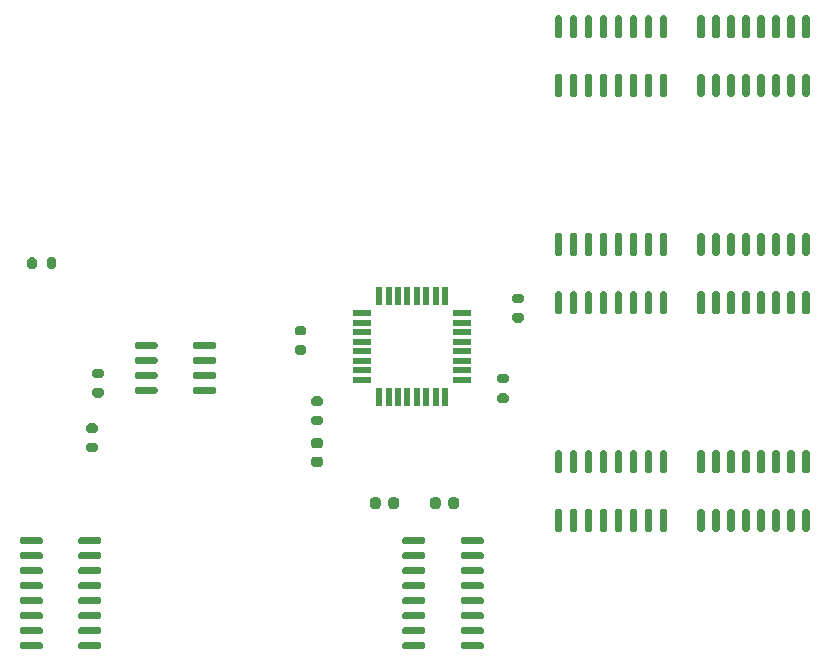
<source format=gtp>
G04 #@! TF.GenerationSoftware,KiCad,Pcbnew,(5.1.9)-1*
G04 #@! TF.CreationDate,2021-06-09T23:06:16+02:00*
G04 #@! TF.ProjectId,interface,696e7465-7266-4616-9365-2e6b69636164,rev?*
G04 #@! TF.SameCoordinates,Original*
G04 #@! TF.FileFunction,Paste,Top*
G04 #@! TF.FilePolarity,Positive*
%FSLAX46Y46*%
G04 Gerber Fmt 4.6, Leading zero omitted, Abs format (unit mm)*
G04 Created by KiCad (PCBNEW (5.1.9)-1) date 2021-06-09 23:06:16*
%MOMM*%
%LPD*%
G01*
G04 APERTURE LIST*
%ADD10R,1.600000X0.550000*%
%ADD11R,0.550000X1.600000*%
G04 APERTURE END LIST*
G36*
G01*
X153312000Y-107974000D02*
X153012000Y-107974000D01*
G75*
G02*
X152862000Y-107824000I0J150000D01*
G01*
X152862000Y-106174000D01*
G75*
G02*
X153012000Y-106024000I150000J0D01*
G01*
X153312000Y-106024000D01*
G75*
G02*
X153462000Y-106174000I0J-150000D01*
G01*
X153462000Y-107824000D01*
G75*
G02*
X153312000Y-107974000I-150000J0D01*
G01*
G37*
G36*
G01*
X154582000Y-107974000D02*
X154282000Y-107974000D01*
G75*
G02*
X154132000Y-107824000I0J150000D01*
G01*
X154132000Y-106174000D01*
G75*
G02*
X154282000Y-106024000I150000J0D01*
G01*
X154582000Y-106024000D01*
G75*
G02*
X154732000Y-106174000I0J-150000D01*
G01*
X154732000Y-107824000D01*
G75*
G02*
X154582000Y-107974000I-150000J0D01*
G01*
G37*
G36*
G01*
X155852000Y-107974000D02*
X155552000Y-107974000D01*
G75*
G02*
X155402000Y-107824000I0J150000D01*
G01*
X155402000Y-106174000D01*
G75*
G02*
X155552000Y-106024000I150000J0D01*
G01*
X155852000Y-106024000D01*
G75*
G02*
X156002000Y-106174000I0J-150000D01*
G01*
X156002000Y-107824000D01*
G75*
G02*
X155852000Y-107974000I-150000J0D01*
G01*
G37*
G36*
G01*
X157122000Y-107974000D02*
X156822000Y-107974000D01*
G75*
G02*
X156672000Y-107824000I0J150000D01*
G01*
X156672000Y-106174000D01*
G75*
G02*
X156822000Y-106024000I150000J0D01*
G01*
X157122000Y-106024000D01*
G75*
G02*
X157272000Y-106174000I0J-150000D01*
G01*
X157272000Y-107824000D01*
G75*
G02*
X157122000Y-107974000I-150000J0D01*
G01*
G37*
G36*
G01*
X158392000Y-107974000D02*
X158092000Y-107974000D01*
G75*
G02*
X157942000Y-107824000I0J150000D01*
G01*
X157942000Y-106174000D01*
G75*
G02*
X158092000Y-106024000I150000J0D01*
G01*
X158392000Y-106024000D01*
G75*
G02*
X158542000Y-106174000I0J-150000D01*
G01*
X158542000Y-107824000D01*
G75*
G02*
X158392000Y-107974000I-150000J0D01*
G01*
G37*
G36*
G01*
X159662000Y-107974000D02*
X159362000Y-107974000D01*
G75*
G02*
X159212000Y-107824000I0J150000D01*
G01*
X159212000Y-106174000D01*
G75*
G02*
X159362000Y-106024000I150000J0D01*
G01*
X159662000Y-106024000D01*
G75*
G02*
X159812000Y-106174000I0J-150000D01*
G01*
X159812000Y-107824000D01*
G75*
G02*
X159662000Y-107974000I-150000J0D01*
G01*
G37*
G36*
G01*
X160932000Y-107974000D02*
X160632000Y-107974000D01*
G75*
G02*
X160482000Y-107824000I0J150000D01*
G01*
X160482000Y-106174000D01*
G75*
G02*
X160632000Y-106024000I150000J0D01*
G01*
X160932000Y-106024000D01*
G75*
G02*
X161082000Y-106174000I0J-150000D01*
G01*
X161082000Y-107824000D01*
G75*
G02*
X160932000Y-107974000I-150000J0D01*
G01*
G37*
G36*
G01*
X162202000Y-107974000D02*
X161902000Y-107974000D01*
G75*
G02*
X161752000Y-107824000I0J150000D01*
G01*
X161752000Y-106174000D01*
G75*
G02*
X161902000Y-106024000I150000J0D01*
G01*
X162202000Y-106024000D01*
G75*
G02*
X162352000Y-106174000I0J-150000D01*
G01*
X162352000Y-107824000D01*
G75*
G02*
X162202000Y-107974000I-150000J0D01*
G01*
G37*
G36*
G01*
X162202000Y-112924000D02*
X161902000Y-112924000D01*
G75*
G02*
X161752000Y-112774000I0J150000D01*
G01*
X161752000Y-111124000D01*
G75*
G02*
X161902000Y-110974000I150000J0D01*
G01*
X162202000Y-110974000D01*
G75*
G02*
X162352000Y-111124000I0J-150000D01*
G01*
X162352000Y-112774000D01*
G75*
G02*
X162202000Y-112924000I-150000J0D01*
G01*
G37*
G36*
G01*
X160932000Y-112924000D02*
X160632000Y-112924000D01*
G75*
G02*
X160482000Y-112774000I0J150000D01*
G01*
X160482000Y-111124000D01*
G75*
G02*
X160632000Y-110974000I150000J0D01*
G01*
X160932000Y-110974000D01*
G75*
G02*
X161082000Y-111124000I0J-150000D01*
G01*
X161082000Y-112774000D01*
G75*
G02*
X160932000Y-112924000I-150000J0D01*
G01*
G37*
G36*
G01*
X159662000Y-112924000D02*
X159362000Y-112924000D01*
G75*
G02*
X159212000Y-112774000I0J150000D01*
G01*
X159212000Y-111124000D01*
G75*
G02*
X159362000Y-110974000I150000J0D01*
G01*
X159662000Y-110974000D01*
G75*
G02*
X159812000Y-111124000I0J-150000D01*
G01*
X159812000Y-112774000D01*
G75*
G02*
X159662000Y-112924000I-150000J0D01*
G01*
G37*
G36*
G01*
X158392000Y-112924000D02*
X158092000Y-112924000D01*
G75*
G02*
X157942000Y-112774000I0J150000D01*
G01*
X157942000Y-111124000D01*
G75*
G02*
X158092000Y-110974000I150000J0D01*
G01*
X158392000Y-110974000D01*
G75*
G02*
X158542000Y-111124000I0J-150000D01*
G01*
X158542000Y-112774000D01*
G75*
G02*
X158392000Y-112924000I-150000J0D01*
G01*
G37*
G36*
G01*
X157122000Y-112924000D02*
X156822000Y-112924000D01*
G75*
G02*
X156672000Y-112774000I0J150000D01*
G01*
X156672000Y-111124000D01*
G75*
G02*
X156822000Y-110974000I150000J0D01*
G01*
X157122000Y-110974000D01*
G75*
G02*
X157272000Y-111124000I0J-150000D01*
G01*
X157272000Y-112774000D01*
G75*
G02*
X157122000Y-112924000I-150000J0D01*
G01*
G37*
G36*
G01*
X155852000Y-112924000D02*
X155552000Y-112924000D01*
G75*
G02*
X155402000Y-112774000I0J150000D01*
G01*
X155402000Y-111124000D01*
G75*
G02*
X155552000Y-110974000I150000J0D01*
G01*
X155852000Y-110974000D01*
G75*
G02*
X156002000Y-111124000I0J-150000D01*
G01*
X156002000Y-112774000D01*
G75*
G02*
X155852000Y-112924000I-150000J0D01*
G01*
G37*
G36*
G01*
X154582000Y-112924000D02*
X154282000Y-112924000D01*
G75*
G02*
X154132000Y-112774000I0J150000D01*
G01*
X154132000Y-111124000D01*
G75*
G02*
X154282000Y-110974000I150000J0D01*
G01*
X154582000Y-110974000D01*
G75*
G02*
X154732000Y-111124000I0J-150000D01*
G01*
X154732000Y-112774000D01*
G75*
G02*
X154582000Y-112924000I-150000J0D01*
G01*
G37*
G36*
G01*
X153312000Y-112924000D02*
X153012000Y-112924000D01*
G75*
G02*
X152862000Y-112774000I0J150000D01*
G01*
X152862000Y-111124000D01*
G75*
G02*
X153012000Y-110974000I150000J0D01*
G01*
X153312000Y-110974000D01*
G75*
G02*
X153462000Y-111124000I0J-150000D01*
G01*
X153462000Y-112774000D01*
G75*
G02*
X153312000Y-112924000I-150000J0D01*
G01*
G37*
G36*
G01*
X165377000Y-89559000D02*
X165077000Y-89559000D01*
G75*
G02*
X164927000Y-89409000I0J150000D01*
G01*
X164927000Y-87759000D01*
G75*
G02*
X165077000Y-87609000I150000J0D01*
G01*
X165377000Y-87609000D01*
G75*
G02*
X165527000Y-87759000I0J-150000D01*
G01*
X165527000Y-89409000D01*
G75*
G02*
X165377000Y-89559000I-150000J0D01*
G01*
G37*
G36*
G01*
X166647000Y-89559000D02*
X166347000Y-89559000D01*
G75*
G02*
X166197000Y-89409000I0J150000D01*
G01*
X166197000Y-87759000D01*
G75*
G02*
X166347000Y-87609000I150000J0D01*
G01*
X166647000Y-87609000D01*
G75*
G02*
X166797000Y-87759000I0J-150000D01*
G01*
X166797000Y-89409000D01*
G75*
G02*
X166647000Y-89559000I-150000J0D01*
G01*
G37*
G36*
G01*
X167917000Y-89559000D02*
X167617000Y-89559000D01*
G75*
G02*
X167467000Y-89409000I0J150000D01*
G01*
X167467000Y-87759000D01*
G75*
G02*
X167617000Y-87609000I150000J0D01*
G01*
X167917000Y-87609000D01*
G75*
G02*
X168067000Y-87759000I0J-150000D01*
G01*
X168067000Y-89409000D01*
G75*
G02*
X167917000Y-89559000I-150000J0D01*
G01*
G37*
G36*
G01*
X169187000Y-89559000D02*
X168887000Y-89559000D01*
G75*
G02*
X168737000Y-89409000I0J150000D01*
G01*
X168737000Y-87759000D01*
G75*
G02*
X168887000Y-87609000I150000J0D01*
G01*
X169187000Y-87609000D01*
G75*
G02*
X169337000Y-87759000I0J-150000D01*
G01*
X169337000Y-89409000D01*
G75*
G02*
X169187000Y-89559000I-150000J0D01*
G01*
G37*
G36*
G01*
X170457000Y-89559000D02*
X170157000Y-89559000D01*
G75*
G02*
X170007000Y-89409000I0J150000D01*
G01*
X170007000Y-87759000D01*
G75*
G02*
X170157000Y-87609000I150000J0D01*
G01*
X170457000Y-87609000D01*
G75*
G02*
X170607000Y-87759000I0J-150000D01*
G01*
X170607000Y-89409000D01*
G75*
G02*
X170457000Y-89559000I-150000J0D01*
G01*
G37*
G36*
G01*
X171727000Y-89559000D02*
X171427000Y-89559000D01*
G75*
G02*
X171277000Y-89409000I0J150000D01*
G01*
X171277000Y-87759000D01*
G75*
G02*
X171427000Y-87609000I150000J0D01*
G01*
X171727000Y-87609000D01*
G75*
G02*
X171877000Y-87759000I0J-150000D01*
G01*
X171877000Y-89409000D01*
G75*
G02*
X171727000Y-89559000I-150000J0D01*
G01*
G37*
G36*
G01*
X172997000Y-89559000D02*
X172697000Y-89559000D01*
G75*
G02*
X172547000Y-89409000I0J150000D01*
G01*
X172547000Y-87759000D01*
G75*
G02*
X172697000Y-87609000I150000J0D01*
G01*
X172997000Y-87609000D01*
G75*
G02*
X173147000Y-87759000I0J-150000D01*
G01*
X173147000Y-89409000D01*
G75*
G02*
X172997000Y-89559000I-150000J0D01*
G01*
G37*
G36*
G01*
X174267000Y-89559000D02*
X173967000Y-89559000D01*
G75*
G02*
X173817000Y-89409000I0J150000D01*
G01*
X173817000Y-87759000D01*
G75*
G02*
X173967000Y-87609000I150000J0D01*
G01*
X174267000Y-87609000D01*
G75*
G02*
X174417000Y-87759000I0J-150000D01*
G01*
X174417000Y-89409000D01*
G75*
G02*
X174267000Y-89559000I-150000J0D01*
G01*
G37*
G36*
G01*
X174267000Y-94509000D02*
X173967000Y-94509000D01*
G75*
G02*
X173817000Y-94359000I0J150000D01*
G01*
X173817000Y-92709000D01*
G75*
G02*
X173967000Y-92559000I150000J0D01*
G01*
X174267000Y-92559000D01*
G75*
G02*
X174417000Y-92709000I0J-150000D01*
G01*
X174417000Y-94359000D01*
G75*
G02*
X174267000Y-94509000I-150000J0D01*
G01*
G37*
G36*
G01*
X172997000Y-94509000D02*
X172697000Y-94509000D01*
G75*
G02*
X172547000Y-94359000I0J150000D01*
G01*
X172547000Y-92709000D01*
G75*
G02*
X172697000Y-92559000I150000J0D01*
G01*
X172997000Y-92559000D01*
G75*
G02*
X173147000Y-92709000I0J-150000D01*
G01*
X173147000Y-94359000D01*
G75*
G02*
X172997000Y-94509000I-150000J0D01*
G01*
G37*
G36*
G01*
X171727000Y-94509000D02*
X171427000Y-94509000D01*
G75*
G02*
X171277000Y-94359000I0J150000D01*
G01*
X171277000Y-92709000D01*
G75*
G02*
X171427000Y-92559000I150000J0D01*
G01*
X171727000Y-92559000D01*
G75*
G02*
X171877000Y-92709000I0J-150000D01*
G01*
X171877000Y-94359000D01*
G75*
G02*
X171727000Y-94509000I-150000J0D01*
G01*
G37*
G36*
G01*
X170457000Y-94509000D02*
X170157000Y-94509000D01*
G75*
G02*
X170007000Y-94359000I0J150000D01*
G01*
X170007000Y-92709000D01*
G75*
G02*
X170157000Y-92559000I150000J0D01*
G01*
X170457000Y-92559000D01*
G75*
G02*
X170607000Y-92709000I0J-150000D01*
G01*
X170607000Y-94359000D01*
G75*
G02*
X170457000Y-94509000I-150000J0D01*
G01*
G37*
G36*
G01*
X169187000Y-94509000D02*
X168887000Y-94509000D01*
G75*
G02*
X168737000Y-94359000I0J150000D01*
G01*
X168737000Y-92709000D01*
G75*
G02*
X168887000Y-92559000I150000J0D01*
G01*
X169187000Y-92559000D01*
G75*
G02*
X169337000Y-92709000I0J-150000D01*
G01*
X169337000Y-94359000D01*
G75*
G02*
X169187000Y-94509000I-150000J0D01*
G01*
G37*
G36*
G01*
X167917000Y-94509000D02*
X167617000Y-94509000D01*
G75*
G02*
X167467000Y-94359000I0J150000D01*
G01*
X167467000Y-92709000D01*
G75*
G02*
X167617000Y-92559000I150000J0D01*
G01*
X167917000Y-92559000D01*
G75*
G02*
X168067000Y-92709000I0J-150000D01*
G01*
X168067000Y-94359000D01*
G75*
G02*
X167917000Y-94509000I-150000J0D01*
G01*
G37*
G36*
G01*
X166647000Y-94509000D02*
X166347000Y-94509000D01*
G75*
G02*
X166197000Y-94359000I0J150000D01*
G01*
X166197000Y-92709000D01*
G75*
G02*
X166347000Y-92559000I150000J0D01*
G01*
X166647000Y-92559000D01*
G75*
G02*
X166797000Y-92709000I0J-150000D01*
G01*
X166797000Y-94359000D01*
G75*
G02*
X166647000Y-94509000I-150000J0D01*
G01*
G37*
G36*
G01*
X165377000Y-94509000D02*
X165077000Y-94509000D01*
G75*
G02*
X164927000Y-94359000I0J150000D01*
G01*
X164927000Y-92709000D01*
G75*
G02*
X165077000Y-92559000I150000J0D01*
G01*
X165377000Y-92559000D01*
G75*
G02*
X165527000Y-92709000I0J-150000D01*
G01*
X165527000Y-94359000D01*
G75*
G02*
X165377000Y-94509000I-150000J0D01*
G01*
G37*
G36*
G01*
X109498000Y-122405000D02*
X109498000Y-122705000D01*
G75*
G02*
X109348000Y-122855000I-150000J0D01*
G01*
X107698000Y-122855000D01*
G75*
G02*
X107548000Y-122705000I0J150000D01*
G01*
X107548000Y-122405000D01*
G75*
G02*
X107698000Y-122255000I150000J0D01*
G01*
X109348000Y-122255000D01*
G75*
G02*
X109498000Y-122405000I0J-150000D01*
G01*
G37*
G36*
G01*
X109498000Y-121135000D02*
X109498000Y-121435000D01*
G75*
G02*
X109348000Y-121585000I-150000J0D01*
G01*
X107698000Y-121585000D01*
G75*
G02*
X107548000Y-121435000I0J150000D01*
G01*
X107548000Y-121135000D01*
G75*
G02*
X107698000Y-120985000I150000J0D01*
G01*
X109348000Y-120985000D01*
G75*
G02*
X109498000Y-121135000I0J-150000D01*
G01*
G37*
G36*
G01*
X109498000Y-119865000D02*
X109498000Y-120165000D01*
G75*
G02*
X109348000Y-120315000I-150000J0D01*
G01*
X107698000Y-120315000D01*
G75*
G02*
X107548000Y-120165000I0J150000D01*
G01*
X107548000Y-119865000D01*
G75*
G02*
X107698000Y-119715000I150000J0D01*
G01*
X109348000Y-119715000D01*
G75*
G02*
X109498000Y-119865000I0J-150000D01*
G01*
G37*
G36*
G01*
X109498000Y-118595000D02*
X109498000Y-118895000D01*
G75*
G02*
X109348000Y-119045000I-150000J0D01*
G01*
X107698000Y-119045000D01*
G75*
G02*
X107548000Y-118895000I0J150000D01*
G01*
X107548000Y-118595000D01*
G75*
G02*
X107698000Y-118445000I150000J0D01*
G01*
X109348000Y-118445000D01*
G75*
G02*
X109498000Y-118595000I0J-150000D01*
G01*
G37*
G36*
G01*
X109498000Y-117325000D02*
X109498000Y-117625000D01*
G75*
G02*
X109348000Y-117775000I-150000J0D01*
G01*
X107698000Y-117775000D01*
G75*
G02*
X107548000Y-117625000I0J150000D01*
G01*
X107548000Y-117325000D01*
G75*
G02*
X107698000Y-117175000I150000J0D01*
G01*
X109348000Y-117175000D01*
G75*
G02*
X109498000Y-117325000I0J-150000D01*
G01*
G37*
G36*
G01*
X109498000Y-116055000D02*
X109498000Y-116355000D01*
G75*
G02*
X109348000Y-116505000I-150000J0D01*
G01*
X107698000Y-116505000D01*
G75*
G02*
X107548000Y-116355000I0J150000D01*
G01*
X107548000Y-116055000D01*
G75*
G02*
X107698000Y-115905000I150000J0D01*
G01*
X109348000Y-115905000D01*
G75*
G02*
X109498000Y-116055000I0J-150000D01*
G01*
G37*
G36*
G01*
X109498000Y-114785000D02*
X109498000Y-115085000D01*
G75*
G02*
X109348000Y-115235000I-150000J0D01*
G01*
X107698000Y-115235000D01*
G75*
G02*
X107548000Y-115085000I0J150000D01*
G01*
X107548000Y-114785000D01*
G75*
G02*
X107698000Y-114635000I150000J0D01*
G01*
X109348000Y-114635000D01*
G75*
G02*
X109498000Y-114785000I0J-150000D01*
G01*
G37*
G36*
G01*
X109498000Y-113515000D02*
X109498000Y-113815000D01*
G75*
G02*
X109348000Y-113965000I-150000J0D01*
G01*
X107698000Y-113965000D01*
G75*
G02*
X107548000Y-113815000I0J150000D01*
G01*
X107548000Y-113515000D01*
G75*
G02*
X107698000Y-113365000I150000J0D01*
G01*
X109348000Y-113365000D01*
G75*
G02*
X109498000Y-113515000I0J-150000D01*
G01*
G37*
G36*
G01*
X114448000Y-113515000D02*
X114448000Y-113815000D01*
G75*
G02*
X114298000Y-113965000I-150000J0D01*
G01*
X112648000Y-113965000D01*
G75*
G02*
X112498000Y-113815000I0J150000D01*
G01*
X112498000Y-113515000D01*
G75*
G02*
X112648000Y-113365000I150000J0D01*
G01*
X114298000Y-113365000D01*
G75*
G02*
X114448000Y-113515000I0J-150000D01*
G01*
G37*
G36*
G01*
X114448000Y-114785000D02*
X114448000Y-115085000D01*
G75*
G02*
X114298000Y-115235000I-150000J0D01*
G01*
X112648000Y-115235000D01*
G75*
G02*
X112498000Y-115085000I0J150000D01*
G01*
X112498000Y-114785000D01*
G75*
G02*
X112648000Y-114635000I150000J0D01*
G01*
X114298000Y-114635000D01*
G75*
G02*
X114448000Y-114785000I0J-150000D01*
G01*
G37*
G36*
G01*
X114448000Y-116055000D02*
X114448000Y-116355000D01*
G75*
G02*
X114298000Y-116505000I-150000J0D01*
G01*
X112648000Y-116505000D01*
G75*
G02*
X112498000Y-116355000I0J150000D01*
G01*
X112498000Y-116055000D01*
G75*
G02*
X112648000Y-115905000I150000J0D01*
G01*
X114298000Y-115905000D01*
G75*
G02*
X114448000Y-116055000I0J-150000D01*
G01*
G37*
G36*
G01*
X114448000Y-117325000D02*
X114448000Y-117625000D01*
G75*
G02*
X114298000Y-117775000I-150000J0D01*
G01*
X112648000Y-117775000D01*
G75*
G02*
X112498000Y-117625000I0J150000D01*
G01*
X112498000Y-117325000D01*
G75*
G02*
X112648000Y-117175000I150000J0D01*
G01*
X114298000Y-117175000D01*
G75*
G02*
X114448000Y-117325000I0J-150000D01*
G01*
G37*
G36*
G01*
X114448000Y-118595000D02*
X114448000Y-118895000D01*
G75*
G02*
X114298000Y-119045000I-150000J0D01*
G01*
X112648000Y-119045000D01*
G75*
G02*
X112498000Y-118895000I0J150000D01*
G01*
X112498000Y-118595000D01*
G75*
G02*
X112648000Y-118445000I150000J0D01*
G01*
X114298000Y-118445000D01*
G75*
G02*
X114448000Y-118595000I0J-150000D01*
G01*
G37*
G36*
G01*
X114448000Y-119865000D02*
X114448000Y-120165000D01*
G75*
G02*
X114298000Y-120315000I-150000J0D01*
G01*
X112648000Y-120315000D01*
G75*
G02*
X112498000Y-120165000I0J150000D01*
G01*
X112498000Y-119865000D01*
G75*
G02*
X112648000Y-119715000I150000J0D01*
G01*
X114298000Y-119715000D01*
G75*
G02*
X114448000Y-119865000I0J-150000D01*
G01*
G37*
G36*
G01*
X114448000Y-121135000D02*
X114448000Y-121435000D01*
G75*
G02*
X114298000Y-121585000I-150000J0D01*
G01*
X112648000Y-121585000D01*
G75*
G02*
X112498000Y-121435000I0J150000D01*
G01*
X112498000Y-121135000D01*
G75*
G02*
X112648000Y-120985000I150000J0D01*
G01*
X114298000Y-120985000D01*
G75*
G02*
X114448000Y-121135000I0J-150000D01*
G01*
G37*
G36*
G01*
X114448000Y-122405000D02*
X114448000Y-122705000D01*
G75*
G02*
X114298000Y-122855000I-150000J0D01*
G01*
X112648000Y-122855000D01*
G75*
G02*
X112498000Y-122705000I0J150000D01*
G01*
X112498000Y-122405000D01*
G75*
G02*
X112648000Y-122255000I150000J0D01*
G01*
X114298000Y-122255000D01*
G75*
G02*
X114448000Y-122405000I0J-150000D01*
G01*
G37*
G36*
G01*
X165377000Y-107974000D02*
X165077000Y-107974000D01*
G75*
G02*
X164927000Y-107824000I0J150000D01*
G01*
X164927000Y-106174000D01*
G75*
G02*
X165077000Y-106024000I150000J0D01*
G01*
X165377000Y-106024000D01*
G75*
G02*
X165527000Y-106174000I0J-150000D01*
G01*
X165527000Y-107824000D01*
G75*
G02*
X165377000Y-107974000I-150000J0D01*
G01*
G37*
G36*
G01*
X166647000Y-107974000D02*
X166347000Y-107974000D01*
G75*
G02*
X166197000Y-107824000I0J150000D01*
G01*
X166197000Y-106174000D01*
G75*
G02*
X166347000Y-106024000I150000J0D01*
G01*
X166647000Y-106024000D01*
G75*
G02*
X166797000Y-106174000I0J-150000D01*
G01*
X166797000Y-107824000D01*
G75*
G02*
X166647000Y-107974000I-150000J0D01*
G01*
G37*
G36*
G01*
X167917000Y-107974000D02*
X167617000Y-107974000D01*
G75*
G02*
X167467000Y-107824000I0J150000D01*
G01*
X167467000Y-106174000D01*
G75*
G02*
X167617000Y-106024000I150000J0D01*
G01*
X167917000Y-106024000D01*
G75*
G02*
X168067000Y-106174000I0J-150000D01*
G01*
X168067000Y-107824000D01*
G75*
G02*
X167917000Y-107974000I-150000J0D01*
G01*
G37*
G36*
G01*
X169187000Y-107974000D02*
X168887000Y-107974000D01*
G75*
G02*
X168737000Y-107824000I0J150000D01*
G01*
X168737000Y-106174000D01*
G75*
G02*
X168887000Y-106024000I150000J0D01*
G01*
X169187000Y-106024000D01*
G75*
G02*
X169337000Y-106174000I0J-150000D01*
G01*
X169337000Y-107824000D01*
G75*
G02*
X169187000Y-107974000I-150000J0D01*
G01*
G37*
G36*
G01*
X170457000Y-107974000D02*
X170157000Y-107974000D01*
G75*
G02*
X170007000Y-107824000I0J150000D01*
G01*
X170007000Y-106174000D01*
G75*
G02*
X170157000Y-106024000I150000J0D01*
G01*
X170457000Y-106024000D01*
G75*
G02*
X170607000Y-106174000I0J-150000D01*
G01*
X170607000Y-107824000D01*
G75*
G02*
X170457000Y-107974000I-150000J0D01*
G01*
G37*
G36*
G01*
X171727000Y-107974000D02*
X171427000Y-107974000D01*
G75*
G02*
X171277000Y-107824000I0J150000D01*
G01*
X171277000Y-106174000D01*
G75*
G02*
X171427000Y-106024000I150000J0D01*
G01*
X171727000Y-106024000D01*
G75*
G02*
X171877000Y-106174000I0J-150000D01*
G01*
X171877000Y-107824000D01*
G75*
G02*
X171727000Y-107974000I-150000J0D01*
G01*
G37*
G36*
G01*
X172997000Y-107974000D02*
X172697000Y-107974000D01*
G75*
G02*
X172547000Y-107824000I0J150000D01*
G01*
X172547000Y-106174000D01*
G75*
G02*
X172697000Y-106024000I150000J0D01*
G01*
X172997000Y-106024000D01*
G75*
G02*
X173147000Y-106174000I0J-150000D01*
G01*
X173147000Y-107824000D01*
G75*
G02*
X172997000Y-107974000I-150000J0D01*
G01*
G37*
G36*
G01*
X174267000Y-107974000D02*
X173967000Y-107974000D01*
G75*
G02*
X173817000Y-107824000I0J150000D01*
G01*
X173817000Y-106174000D01*
G75*
G02*
X173967000Y-106024000I150000J0D01*
G01*
X174267000Y-106024000D01*
G75*
G02*
X174417000Y-106174000I0J-150000D01*
G01*
X174417000Y-107824000D01*
G75*
G02*
X174267000Y-107974000I-150000J0D01*
G01*
G37*
G36*
G01*
X174267000Y-112924000D02*
X173967000Y-112924000D01*
G75*
G02*
X173817000Y-112774000I0J150000D01*
G01*
X173817000Y-111124000D01*
G75*
G02*
X173967000Y-110974000I150000J0D01*
G01*
X174267000Y-110974000D01*
G75*
G02*
X174417000Y-111124000I0J-150000D01*
G01*
X174417000Y-112774000D01*
G75*
G02*
X174267000Y-112924000I-150000J0D01*
G01*
G37*
G36*
G01*
X172997000Y-112924000D02*
X172697000Y-112924000D01*
G75*
G02*
X172547000Y-112774000I0J150000D01*
G01*
X172547000Y-111124000D01*
G75*
G02*
X172697000Y-110974000I150000J0D01*
G01*
X172997000Y-110974000D01*
G75*
G02*
X173147000Y-111124000I0J-150000D01*
G01*
X173147000Y-112774000D01*
G75*
G02*
X172997000Y-112924000I-150000J0D01*
G01*
G37*
G36*
G01*
X171727000Y-112924000D02*
X171427000Y-112924000D01*
G75*
G02*
X171277000Y-112774000I0J150000D01*
G01*
X171277000Y-111124000D01*
G75*
G02*
X171427000Y-110974000I150000J0D01*
G01*
X171727000Y-110974000D01*
G75*
G02*
X171877000Y-111124000I0J-150000D01*
G01*
X171877000Y-112774000D01*
G75*
G02*
X171727000Y-112924000I-150000J0D01*
G01*
G37*
G36*
G01*
X170457000Y-112924000D02*
X170157000Y-112924000D01*
G75*
G02*
X170007000Y-112774000I0J150000D01*
G01*
X170007000Y-111124000D01*
G75*
G02*
X170157000Y-110974000I150000J0D01*
G01*
X170457000Y-110974000D01*
G75*
G02*
X170607000Y-111124000I0J-150000D01*
G01*
X170607000Y-112774000D01*
G75*
G02*
X170457000Y-112924000I-150000J0D01*
G01*
G37*
G36*
G01*
X169187000Y-112924000D02*
X168887000Y-112924000D01*
G75*
G02*
X168737000Y-112774000I0J150000D01*
G01*
X168737000Y-111124000D01*
G75*
G02*
X168887000Y-110974000I150000J0D01*
G01*
X169187000Y-110974000D01*
G75*
G02*
X169337000Y-111124000I0J-150000D01*
G01*
X169337000Y-112774000D01*
G75*
G02*
X169187000Y-112924000I-150000J0D01*
G01*
G37*
G36*
G01*
X167917000Y-112924000D02*
X167617000Y-112924000D01*
G75*
G02*
X167467000Y-112774000I0J150000D01*
G01*
X167467000Y-111124000D01*
G75*
G02*
X167617000Y-110974000I150000J0D01*
G01*
X167917000Y-110974000D01*
G75*
G02*
X168067000Y-111124000I0J-150000D01*
G01*
X168067000Y-112774000D01*
G75*
G02*
X167917000Y-112924000I-150000J0D01*
G01*
G37*
G36*
G01*
X166647000Y-112924000D02*
X166347000Y-112924000D01*
G75*
G02*
X166197000Y-112774000I0J150000D01*
G01*
X166197000Y-111124000D01*
G75*
G02*
X166347000Y-110974000I150000J0D01*
G01*
X166647000Y-110974000D01*
G75*
G02*
X166797000Y-111124000I0J-150000D01*
G01*
X166797000Y-112774000D01*
G75*
G02*
X166647000Y-112924000I-150000J0D01*
G01*
G37*
G36*
G01*
X165377000Y-112924000D02*
X165077000Y-112924000D01*
G75*
G02*
X164927000Y-112774000I0J150000D01*
G01*
X164927000Y-111124000D01*
G75*
G02*
X165077000Y-110974000I150000J0D01*
G01*
X165377000Y-110974000D01*
G75*
G02*
X165527000Y-111124000I0J-150000D01*
G01*
X165527000Y-112774000D01*
G75*
G02*
X165377000Y-112924000I-150000J0D01*
G01*
G37*
G36*
G01*
X153312000Y-89559000D02*
X153012000Y-89559000D01*
G75*
G02*
X152862000Y-89409000I0J150000D01*
G01*
X152862000Y-87759000D01*
G75*
G02*
X153012000Y-87609000I150000J0D01*
G01*
X153312000Y-87609000D01*
G75*
G02*
X153462000Y-87759000I0J-150000D01*
G01*
X153462000Y-89409000D01*
G75*
G02*
X153312000Y-89559000I-150000J0D01*
G01*
G37*
G36*
G01*
X154582000Y-89559000D02*
X154282000Y-89559000D01*
G75*
G02*
X154132000Y-89409000I0J150000D01*
G01*
X154132000Y-87759000D01*
G75*
G02*
X154282000Y-87609000I150000J0D01*
G01*
X154582000Y-87609000D01*
G75*
G02*
X154732000Y-87759000I0J-150000D01*
G01*
X154732000Y-89409000D01*
G75*
G02*
X154582000Y-89559000I-150000J0D01*
G01*
G37*
G36*
G01*
X155852000Y-89559000D02*
X155552000Y-89559000D01*
G75*
G02*
X155402000Y-89409000I0J150000D01*
G01*
X155402000Y-87759000D01*
G75*
G02*
X155552000Y-87609000I150000J0D01*
G01*
X155852000Y-87609000D01*
G75*
G02*
X156002000Y-87759000I0J-150000D01*
G01*
X156002000Y-89409000D01*
G75*
G02*
X155852000Y-89559000I-150000J0D01*
G01*
G37*
G36*
G01*
X157122000Y-89559000D02*
X156822000Y-89559000D01*
G75*
G02*
X156672000Y-89409000I0J150000D01*
G01*
X156672000Y-87759000D01*
G75*
G02*
X156822000Y-87609000I150000J0D01*
G01*
X157122000Y-87609000D01*
G75*
G02*
X157272000Y-87759000I0J-150000D01*
G01*
X157272000Y-89409000D01*
G75*
G02*
X157122000Y-89559000I-150000J0D01*
G01*
G37*
G36*
G01*
X158392000Y-89559000D02*
X158092000Y-89559000D01*
G75*
G02*
X157942000Y-89409000I0J150000D01*
G01*
X157942000Y-87759000D01*
G75*
G02*
X158092000Y-87609000I150000J0D01*
G01*
X158392000Y-87609000D01*
G75*
G02*
X158542000Y-87759000I0J-150000D01*
G01*
X158542000Y-89409000D01*
G75*
G02*
X158392000Y-89559000I-150000J0D01*
G01*
G37*
G36*
G01*
X159662000Y-89559000D02*
X159362000Y-89559000D01*
G75*
G02*
X159212000Y-89409000I0J150000D01*
G01*
X159212000Y-87759000D01*
G75*
G02*
X159362000Y-87609000I150000J0D01*
G01*
X159662000Y-87609000D01*
G75*
G02*
X159812000Y-87759000I0J-150000D01*
G01*
X159812000Y-89409000D01*
G75*
G02*
X159662000Y-89559000I-150000J0D01*
G01*
G37*
G36*
G01*
X160932000Y-89559000D02*
X160632000Y-89559000D01*
G75*
G02*
X160482000Y-89409000I0J150000D01*
G01*
X160482000Y-87759000D01*
G75*
G02*
X160632000Y-87609000I150000J0D01*
G01*
X160932000Y-87609000D01*
G75*
G02*
X161082000Y-87759000I0J-150000D01*
G01*
X161082000Y-89409000D01*
G75*
G02*
X160932000Y-89559000I-150000J0D01*
G01*
G37*
G36*
G01*
X162202000Y-89559000D02*
X161902000Y-89559000D01*
G75*
G02*
X161752000Y-89409000I0J150000D01*
G01*
X161752000Y-87759000D01*
G75*
G02*
X161902000Y-87609000I150000J0D01*
G01*
X162202000Y-87609000D01*
G75*
G02*
X162352000Y-87759000I0J-150000D01*
G01*
X162352000Y-89409000D01*
G75*
G02*
X162202000Y-89559000I-150000J0D01*
G01*
G37*
G36*
G01*
X162202000Y-94509000D02*
X161902000Y-94509000D01*
G75*
G02*
X161752000Y-94359000I0J150000D01*
G01*
X161752000Y-92709000D01*
G75*
G02*
X161902000Y-92559000I150000J0D01*
G01*
X162202000Y-92559000D01*
G75*
G02*
X162352000Y-92709000I0J-150000D01*
G01*
X162352000Y-94359000D01*
G75*
G02*
X162202000Y-94509000I-150000J0D01*
G01*
G37*
G36*
G01*
X160932000Y-94509000D02*
X160632000Y-94509000D01*
G75*
G02*
X160482000Y-94359000I0J150000D01*
G01*
X160482000Y-92709000D01*
G75*
G02*
X160632000Y-92559000I150000J0D01*
G01*
X160932000Y-92559000D01*
G75*
G02*
X161082000Y-92709000I0J-150000D01*
G01*
X161082000Y-94359000D01*
G75*
G02*
X160932000Y-94509000I-150000J0D01*
G01*
G37*
G36*
G01*
X159662000Y-94509000D02*
X159362000Y-94509000D01*
G75*
G02*
X159212000Y-94359000I0J150000D01*
G01*
X159212000Y-92709000D01*
G75*
G02*
X159362000Y-92559000I150000J0D01*
G01*
X159662000Y-92559000D01*
G75*
G02*
X159812000Y-92709000I0J-150000D01*
G01*
X159812000Y-94359000D01*
G75*
G02*
X159662000Y-94509000I-150000J0D01*
G01*
G37*
G36*
G01*
X158392000Y-94509000D02*
X158092000Y-94509000D01*
G75*
G02*
X157942000Y-94359000I0J150000D01*
G01*
X157942000Y-92709000D01*
G75*
G02*
X158092000Y-92559000I150000J0D01*
G01*
X158392000Y-92559000D01*
G75*
G02*
X158542000Y-92709000I0J-150000D01*
G01*
X158542000Y-94359000D01*
G75*
G02*
X158392000Y-94509000I-150000J0D01*
G01*
G37*
G36*
G01*
X157122000Y-94509000D02*
X156822000Y-94509000D01*
G75*
G02*
X156672000Y-94359000I0J150000D01*
G01*
X156672000Y-92709000D01*
G75*
G02*
X156822000Y-92559000I150000J0D01*
G01*
X157122000Y-92559000D01*
G75*
G02*
X157272000Y-92709000I0J-150000D01*
G01*
X157272000Y-94359000D01*
G75*
G02*
X157122000Y-94509000I-150000J0D01*
G01*
G37*
G36*
G01*
X155852000Y-94509000D02*
X155552000Y-94509000D01*
G75*
G02*
X155402000Y-94359000I0J150000D01*
G01*
X155402000Y-92709000D01*
G75*
G02*
X155552000Y-92559000I150000J0D01*
G01*
X155852000Y-92559000D01*
G75*
G02*
X156002000Y-92709000I0J-150000D01*
G01*
X156002000Y-94359000D01*
G75*
G02*
X155852000Y-94509000I-150000J0D01*
G01*
G37*
G36*
G01*
X154582000Y-94509000D02*
X154282000Y-94509000D01*
G75*
G02*
X154132000Y-94359000I0J150000D01*
G01*
X154132000Y-92709000D01*
G75*
G02*
X154282000Y-92559000I150000J0D01*
G01*
X154582000Y-92559000D01*
G75*
G02*
X154732000Y-92709000I0J-150000D01*
G01*
X154732000Y-94359000D01*
G75*
G02*
X154582000Y-94509000I-150000J0D01*
G01*
G37*
G36*
G01*
X153312000Y-94509000D02*
X153012000Y-94509000D01*
G75*
G02*
X152862000Y-94359000I0J150000D01*
G01*
X152862000Y-92709000D01*
G75*
G02*
X153012000Y-92559000I150000J0D01*
G01*
X153312000Y-92559000D01*
G75*
G02*
X153462000Y-92709000I0J-150000D01*
G01*
X153462000Y-94359000D01*
G75*
G02*
X153312000Y-94509000I-150000J0D01*
G01*
G37*
G36*
G01*
X165377000Y-71144000D02*
X165077000Y-71144000D01*
G75*
G02*
X164927000Y-70994000I0J150000D01*
G01*
X164927000Y-69344000D01*
G75*
G02*
X165077000Y-69194000I150000J0D01*
G01*
X165377000Y-69194000D01*
G75*
G02*
X165527000Y-69344000I0J-150000D01*
G01*
X165527000Y-70994000D01*
G75*
G02*
X165377000Y-71144000I-150000J0D01*
G01*
G37*
G36*
G01*
X166647000Y-71144000D02*
X166347000Y-71144000D01*
G75*
G02*
X166197000Y-70994000I0J150000D01*
G01*
X166197000Y-69344000D01*
G75*
G02*
X166347000Y-69194000I150000J0D01*
G01*
X166647000Y-69194000D01*
G75*
G02*
X166797000Y-69344000I0J-150000D01*
G01*
X166797000Y-70994000D01*
G75*
G02*
X166647000Y-71144000I-150000J0D01*
G01*
G37*
G36*
G01*
X167917000Y-71144000D02*
X167617000Y-71144000D01*
G75*
G02*
X167467000Y-70994000I0J150000D01*
G01*
X167467000Y-69344000D01*
G75*
G02*
X167617000Y-69194000I150000J0D01*
G01*
X167917000Y-69194000D01*
G75*
G02*
X168067000Y-69344000I0J-150000D01*
G01*
X168067000Y-70994000D01*
G75*
G02*
X167917000Y-71144000I-150000J0D01*
G01*
G37*
G36*
G01*
X169187000Y-71144000D02*
X168887000Y-71144000D01*
G75*
G02*
X168737000Y-70994000I0J150000D01*
G01*
X168737000Y-69344000D01*
G75*
G02*
X168887000Y-69194000I150000J0D01*
G01*
X169187000Y-69194000D01*
G75*
G02*
X169337000Y-69344000I0J-150000D01*
G01*
X169337000Y-70994000D01*
G75*
G02*
X169187000Y-71144000I-150000J0D01*
G01*
G37*
G36*
G01*
X170457000Y-71144000D02*
X170157000Y-71144000D01*
G75*
G02*
X170007000Y-70994000I0J150000D01*
G01*
X170007000Y-69344000D01*
G75*
G02*
X170157000Y-69194000I150000J0D01*
G01*
X170457000Y-69194000D01*
G75*
G02*
X170607000Y-69344000I0J-150000D01*
G01*
X170607000Y-70994000D01*
G75*
G02*
X170457000Y-71144000I-150000J0D01*
G01*
G37*
G36*
G01*
X171727000Y-71144000D02*
X171427000Y-71144000D01*
G75*
G02*
X171277000Y-70994000I0J150000D01*
G01*
X171277000Y-69344000D01*
G75*
G02*
X171427000Y-69194000I150000J0D01*
G01*
X171727000Y-69194000D01*
G75*
G02*
X171877000Y-69344000I0J-150000D01*
G01*
X171877000Y-70994000D01*
G75*
G02*
X171727000Y-71144000I-150000J0D01*
G01*
G37*
G36*
G01*
X172997000Y-71144000D02*
X172697000Y-71144000D01*
G75*
G02*
X172547000Y-70994000I0J150000D01*
G01*
X172547000Y-69344000D01*
G75*
G02*
X172697000Y-69194000I150000J0D01*
G01*
X172997000Y-69194000D01*
G75*
G02*
X173147000Y-69344000I0J-150000D01*
G01*
X173147000Y-70994000D01*
G75*
G02*
X172997000Y-71144000I-150000J0D01*
G01*
G37*
G36*
G01*
X174267000Y-71144000D02*
X173967000Y-71144000D01*
G75*
G02*
X173817000Y-70994000I0J150000D01*
G01*
X173817000Y-69344000D01*
G75*
G02*
X173967000Y-69194000I150000J0D01*
G01*
X174267000Y-69194000D01*
G75*
G02*
X174417000Y-69344000I0J-150000D01*
G01*
X174417000Y-70994000D01*
G75*
G02*
X174267000Y-71144000I-150000J0D01*
G01*
G37*
G36*
G01*
X174267000Y-76094000D02*
X173967000Y-76094000D01*
G75*
G02*
X173817000Y-75944000I0J150000D01*
G01*
X173817000Y-74294000D01*
G75*
G02*
X173967000Y-74144000I150000J0D01*
G01*
X174267000Y-74144000D01*
G75*
G02*
X174417000Y-74294000I0J-150000D01*
G01*
X174417000Y-75944000D01*
G75*
G02*
X174267000Y-76094000I-150000J0D01*
G01*
G37*
G36*
G01*
X172997000Y-76094000D02*
X172697000Y-76094000D01*
G75*
G02*
X172547000Y-75944000I0J150000D01*
G01*
X172547000Y-74294000D01*
G75*
G02*
X172697000Y-74144000I150000J0D01*
G01*
X172997000Y-74144000D01*
G75*
G02*
X173147000Y-74294000I0J-150000D01*
G01*
X173147000Y-75944000D01*
G75*
G02*
X172997000Y-76094000I-150000J0D01*
G01*
G37*
G36*
G01*
X171727000Y-76094000D02*
X171427000Y-76094000D01*
G75*
G02*
X171277000Y-75944000I0J150000D01*
G01*
X171277000Y-74294000D01*
G75*
G02*
X171427000Y-74144000I150000J0D01*
G01*
X171727000Y-74144000D01*
G75*
G02*
X171877000Y-74294000I0J-150000D01*
G01*
X171877000Y-75944000D01*
G75*
G02*
X171727000Y-76094000I-150000J0D01*
G01*
G37*
G36*
G01*
X170457000Y-76094000D02*
X170157000Y-76094000D01*
G75*
G02*
X170007000Y-75944000I0J150000D01*
G01*
X170007000Y-74294000D01*
G75*
G02*
X170157000Y-74144000I150000J0D01*
G01*
X170457000Y-74144000D01*
G75*
G02*
X170607000Y-74294000I0J-150000D01*
G01*
X170607000Y-75944000D01*
G75*
G02*
X170457000Y-76094000I-150000J0D01*
G01*
G37*
G36*
G01*
X169187000Y-76094000D02*
X168887000Y-76094000D01*
G75*
G02*
X168737000Y-75944000I0J150000D01*
G01*
X168737000Y-74294000D01*
G75*
G02*
X168887000Y-74144000I150000J0D01*
G01*
X169187000Y-74144000D01*
G75*
G02*
X169337000Y-74294000I0J-150000D01*
G01*
X169337000Y-75944000D01*
G75*
G02*
X169187000Y-76094000I-150000J0D01*
G01*
G37*
G36*
G01*
X167917000Y-76094000D02*
X167617000Y-76094000D01*
G75*
G02*
X167467000Y-75944000I0J150000D01*
G01*
X167467000Y-74294000D01*
G75*
G02*
X167617000Y-74144000I150000J0D01*
G01*
X167917000Y-74144000D01*
G75*
G02*
X168067000Y-74294000I0J-150000D01*
G01*
X168067000Y-75944000D01*
G75*
G02*
X167917000Y-76094000I-150000J0D01*
G01*
G37*
G36*
G01*
X166647000Y-76094000D02*
X166347000Y-76094000D01*
G75*
G02*
X166197000Y-75944000I0J150000D01*
G01*
X166197000Y-74294000D01*
G75*
G02*
X166347000Y-74144000I150000J0D01*
G01*
X166647000Y-74144000D01*
G75*
G02*
X166797000Y-74294000I0J-150000D01*
G01*
X166797000Y-75944000D01*
G75*
G02*
X166647000Y-76094000I-150000J0D01*
G01*
G37*
G36*
G01*
X165377000Y-76094000D02*
X165077000Y-76094000D01*
G75*
G02*
X164927000Y-75944000I0J150000D01*
G01*
X164927000Y-74294000D01*
G75*
G02*
X165077000Y-74144000I150000J0D01*
G01*
X165377000Y-74144000D01*
G75*
G02*
X165527000Y-74294000I0J-150000D01*
G01*
X165527000Y-75944000D01*
G75*
G02*
X165377000Y-76094000I-150000J0D01*
G01*
G37*
G36*
G01*
X153312000Y-71144000D02*
X153012000Y-71144000D01*
G75*
G02*
X152862000Y-70994000I0J150000D01*
G01*
X152862000Y-69344000D01*
G75*
G02*
X153012000Y-69194000I150000J0D01*
G01*
X153312000Y-69194000D01*
G75*
G02*
X153462000Y-69344000I0J-150000D01*
G01*
X153462000Y-70994000D01*
G75*
G02*
X153312000Y-71144000I-150000J0D01*
G01*
G37*
G36*
G01*
X154582000Y-71144000D02*
X154282000Y-71144000D01*
G75*
G02*
X154132000Y-70994000I0J150000D01*
G01*
X154132000Y-69344000D01*
G75*
G02*
X154282000Y-69194000I150000J0D01*
G01*
X154582000Y-69194000D01*
G75*
G02*
X154732000Y-69344000I0J-150000D01*
G01*
X154732000Y-70994000D01*
G75*
G02*
X154582000Y-71144000I-150000J0D01*
G01*
G37*
G36*
G01*
X155852000Y-71144000D02*
X155552000Y-71144000D01*
G75*
G02*
X155402000Y-70994000I0J150000D01*
G01*
X155402000Y-69344000D01*
G75*
G02*
X155552000Y-69194000I150000J0D01*
G01*
X155852000Y-69194000D01*
G75*
G02*
X156002000Y-69344000I0J-150000D01*
G01*
X156002000Y-70994000D01*
G75*
G02*
X155852000Y-71144000I-150000J0D01*
G01*
G37*
G36*
G01*
X157122000Y-71144000D02*
X156822000Y-71144000D01*
G75*
G02*
X156672000Y-70994000I0J150000D01*
G01*
X156672000Y-69344000D01*
G75*
G02*
X156822000Y-69194000I150000J0D01*
G01*
X157122000Y-69194000D01*
G75*
G02*
X157272000Y-69344000I0J-150000D01*
G01*
X157272000Y-70994000D01*
G75*
G02*
X157122000Y-71144000I-150000J0D01*
G01*
G37*
G36*
G01*
X158392000Y-71144000D02*
X158092000Y-71144000D01*
G75*
G02*
X157942000Y-70994000I0J150000D01*
G01*
X157942000Y-69344000D01*
G75*
G02*
X158092000Y-69194000I150000J0D01*
G01*
X158392000Y-69194000D01*
G75*
G02*
X158542000Y-69344000I0J-150000D01*
G01*
X158542000Y-70994000D01*
G75*
G02*
X158392000Y-71144000I-150000J0D01*
G01*
G37*
G36*
G01*
X159662000Y-71144000D02*
X159362000Y-71144000D01*
G75*
G02*
X159212000Y-70994000I0J150000D01*
G01*
X159212000Y-69344000D01*
G75*
G02*
X159362000Y-69194000I150000J0D01*
G01*
X159662000Y-69194000D01*
G75*
G02*
X159812000Y-69344000I0J-150000D01*
G01*
X159812000Y-70994000D01*
G75*
G02*
X159662000Y-71144000I-150000J0D01*
G01*
G37*
G36*
G01*
X160932000Y-71144000D02*
X160632000Y-71144000D01*
G75*
G02*
X160482000Y-70994000I0J150000D01*
G01*
X160482000Y-69344000D01*
G75*
G02*
X160632000Y-69194000I150000J0D01*
G01*
X160932000Y-69194000D01*
G75*
G02*
X161082000Y-69344000I0J-150000D01*
G01*
X161082000Y-70994000D01*
G75*
G02*
X160932000Y-71144000I-150000J0D01*
G01*
G37*
G36*
G01*
X162202000Y-71144000D02*
X161902000Y-71144000D01*
G75*
G02*
X161752000Y-70994000I0J150000D01*
G01*
X161752000Y-69344000D01*
G75*
G02*
X161902000Y-69194000I150000J0D01*
G01*
X162202000Y-69194000D01*
G75*
G02*
X162352000Y-69344000I0J-150000D01*
G01*
X162352000Y-70994000D01*
G75*
G02*
X162202000Y-71144000I-150000J0D01*
G01*
G37*
G36*
G01*
X162202000Y-76094000D02*
X161902000Y-76094000D01*
G75*
G02*
X161752000Y-75944000I0J150000D01*
G01*
X161752000Y-74294000D01*
G75*
G02*
X161902000Y-74144000I150000J0D01*
G01*
X162202000Y-74144000D01*
G75*
G02*
X162352000Y-74294000I0J-150000D01*
G01*
X162352000Y-75944000D01*
G75*
G02*
X162202000Y-76094000I-150000J0D01*
G01*
G37*
G36*
G01*
X160932000Y-76094000D02*
X160632000Y-76094000D01*
G75*
G02*
X160482000Y-75944000I0J150000D01*
G01*
X160482000Y-74294000D01*
G75*
G02*
X160632000Y-74144000I150000J0D01*
G01*
X160932000Y-74144000D01*
G75*
G02*
X161082000Y-74294000I0J-150000D01*
G01*
X161082000Y-75944000D01*
G75*
G02*
X160932000Y-76094000I-150000J0D01*
G01*
G37*
G36*
G01*
X159662000Y-76094000D02*
X159362000Y-76094000D01*
G75*
G02*
X159212000Y-75944000I0J150000D01*
G01*
X159212000Y-74294000D01*
G75*
G02*
X159362000Y-74144000I150000J0D01*
G01*
X159662000Y-74144000D01*
G75*
G02*
X159812000Y-74294000I0J-150000D01*
G01*
X159812000Y-75944000D01*
G75*
G02*
X159662000Y-76094000I-150000J0D01*
G01*
G37*
G36*
G01*
X158392000Y-76094000D02*
X158092000Y-76094000D01*
G75*
G02*
X157942000Y-75944000I0J150000D01*
G01*
X157942000Y-74294000D01*
G75*
G02*
X158092000Y-74144000I150000J0D01*
G01*
X158392000Y-74144000D01*
G75*
G02*
X158542000Y-74294000I0J-150000D01*
G01*
X158542000Y-75944000D01*
G75*
G02*
X158392000Y-76094000I-150000J0D01*
G01*
G37*
G36*
G01*
X157122000Y-76094000D02*
X156822000Y-76094000D01*
G75*
G02*
X156672000Y-75944000I0J150000D01*
G01*
X156672000Y-74294000D01*
G75*
G02*
X156822000Y-74144000I150000J0D01*
G01*
X157122000Y-74144000D01*
G75*
G02*
X157272000Y-74294000I0J-150000D01*
G01*
X157272000Y-75944000D01*
G75*
G02*
X157122000Y-76094000I-150000J0D01*
G01*
G37*
G36*
G01*
X155852000Y-76094000D02*
X155552000Y-76094000D01*
G75*
G02*
X155402000Y-75944000I0J150000D01*
G01*
X155402000Y-74294000D01*
G75*
G02*
X155552000Y-74144000I150000J0D01*
G01*
X155852000Y-74144000D01*
G75*
G02*
X156002000Y-74294000I0J-150000D01*
G01*
X156002000Y-75944000D01*
G75*
G02*
X155852000Y-76094000I-150000J0D01*
G01*
G37*
G36*
G01*
X154582000Y-76094000D02*
X154282000Y-76094000D01*
G75*
G02*
X154132000Y-75944000I0J150000D01*
G01*
X154132000Y-74294000D01*
G75*
G02*
X154282000Y-74144000I150000J0D01*
G01*
X154582000Y-74144000D01*
G75*
G02*
X154732000Y-74294000I0J-150000D01*
G01*
X154732000Y-75944000D01*
G75*
G02*
X154582000Y-76094000I-150000J0D01*
G01*
G37*
G36*
G01*
X153312000Y-76094000D02*
X153012000Y-76094000D01*
G75*
G02*
X152862000Y-75944000I0J150000D01*
G01*
X152862000Y-74294000D01*
G75*
G02*
X153012000Y-74144000I150000J0D01*
G01*
X153312000Y-74144000D01*
G75*
G02*
X153462000Y-74294000I0J-150000D01*
G01*
X153462000Y-75944000D01*
G75*
G02*
X153312000Y-76094000I-150000J0D01*
G01*
G37*
G36*
G01*
X144883000Y-113815000D02*
X144883000Y-113515000D01*
G75*
G02*
X145033000Y-113365000I150000J0D01*
G01*
X146683000Y-113365000D01*
G75*
G02*
X146833000Y-113515000I0J-150000D01*
G01*
X146833000Y-113815000D01*
G75*
G02*
X146683000Y-113965000I-150000J0D01*
G01*
X145033000Y-113965000D01*
G75*
G02*
X144883000Y-113815000I0J150000D01*
G01*
G37*
G36*
G01*
X144883000Y-115085000D02*
X144883000Y-114785000D01*
G75*
G02*
X145033000Y-114635000I150000J0D01*
G01*
X146683000Y-114635000D01*
G75*
G02*
X146833000Y-114785000I0J-150000D01*
G01*
X146833000Y-115085000D01*
G75*
G02*
X146683000Y-115235000I-150000J0D01*
G01*
X145033000Y-115235000D01*
G75*
G02*
X144883000Y-115085000I0J150000D01*
G01*
G37*
G36*
G01*
X144883000Y-116355000D02*
X144883000Y-116055000D01*
G75*
G02*
X145033000Y-115905000I150000J0D01*
G01*
X146683000Y-115905000D01*
G75*
G02*
X146833000Y-116055000I0J-150000D01*
G01*
X146833000Y-116355000D01*
G75*
G02*
X146683000Y-116505000I-150000J0D01*
G01*
X145033000Y-116505000D01*
G75*
G02*
X144883000Y-116355000I0J150000D01*
G01*
G37*
G36*
G01*
X144883000Y-117625000D02*
X144883000Y-117325000D01*
G75*
G02*
X145033000Y-117175000I150000J0D01*
G01*
X146683000Y-117175000D01*
G75*
G02*
X146833000Y-117325000I0J-150000D01*
G01*
X146833000Y-117625000D01*
G75*
G02*
X146683000Y-117775000I-150000J0D01*
G01*
X145033000Y-117775000D01*
G75*
G02*
X144883000Y-117625000I0J150000D01*
G01*
G37*
G36*
G01*
X144883000Y-118895000D02*
X144883000Y-118595000D01*
G75*
G02*
X145033000Y-118445000I150000J0D01*
G01*
X146683000Y-118445000D01*
G75*
G02*
X146833000Y-118595000I0J-150000D01*
G01*
X146833000Y-118895000D01*
G75*
G02*
X146683000Y-119045000I-150000J0D01*
G01*
X145033000Y-119045000D01*
G75*
G02*
X144883000Y-118895000I0J150000D01*
G01*
G37*
G36*
G01*
X144883000Y-120165000D02*
X144883000Y-119865000D01*
G75*
G02*
X145033000Y-119715000I150000J0D01*
G01*
X146683000Y-119715000D01*
G75*
G02*
X146833000Y-119865000I0J-150000D01*
G01*
X146833000Y-120165000D01*
G75*
G02*
X146683000Y-120315000I-150000J0D01*
G01*
X145033000Y-120315000D01*
G75*
G02*
X144883000Y-120165000I0J150000D01*
G01*
G37*
G36*
G01*
X144883000Y-121435000D02*
X144883000Y-121135000D01*
G75*
G02*
X145033000Y-120985000I150000J0D01*
G01*
X146683000Y-120985000D01*
G75*
G02*
X146833000Y-121135000I0J-150000D01*
G01*
X146833000Y-121435000D01*
G75*
G02*
X146683000Y-121585000I-150000J0D01*
G01*
X145033000Y-121585000D01*
G75*
G02*
X144883000Y-121435000I0J150000D01*
G01*
G37*
G36*
G01*
X144883000Y-122705000D02*
X144883000Y-122405000D01*
G75*
G02*
X145033000Y-122255000I150000J0D01*
G01*
X146683000Y-122255000D01*
G75*
G02*
X146833000Y-122405000I0J-150000D01*
G01*
X146833000Y-122705000D01*
G75*
G02*
X146683000Y-122855000I-150000J0D01*
G01*
X145033000Y-122855000D01*
G75*
G02*
X144883000Y-122705000I0J150000D01*
G01*
G37*
G36*
G01*
X139933000Y-122705000D02*
X139933000Y-122405000D01*
G75*
G02*
X140083000Y-122255000I150000J0D01*
G01*
X141733000Y-122255000D01*
G75*
G02*
X141883000Y-122405000I0J-150000D01*
G01*
X141883000Y-122705000D01*
G75*
G02*
X141733000Y-122855000I-150000J0D01*
G01*
X140083000Y-122855000D01*
G75*
G02*
X139933000Y-122705000I0J150000D01*
G01*
G37*
G36*
G01*
X139933000Y-121435000D02*
X139933000Y-121135000D01*
G75*
G02*
X140083000Y-120985000I150000J0D01*
G01*
X141733000Y-120985000D01*
G75*
G02*
X141883000Y-121135000I0J-150000D01*
G01*
X141883000Y-121435000D01*
G75*
G02*
X141733000Y-121585000I-150000J0D01*
G01*
X140083000Y-121585000D01*
G75*
G02*
X139933000Y-121435000I0J150000D01*
G01*
G37*
G36*
G01*
X139933000Y-120165000D02*
X139933000Y-119865000D01*
G75*
G02*
X140083000Y-119715000I150000J0D01*
G01*
X141733000Y-119715000D01*
G75*
G02*
X141883000Y-119865000I0J-150000D01*
G01*
X141883000Y-120165000D01*
G75*
G02*
X141733000Y-120315000I-150000J0D01*
G01*
X140083000Y-120315000D01*
G75*
G02*
X139933000Y-120165000I0J150000D01*
G01*
G37*
G36*
G01*
X139933000Y-118895000D02*
X139933000Y-118595000D01*
G75*
G02*
X140083000Y-118445000I150000J0D01*
G01*
X141733000Y-118445000D01*
G75*
G02*
X141883000Y-118595000I0J-150000D01*
G01*
X141883000Y-118895000D01*
G75*
G02*
X141733000Y-119045000I-150000J0D01*
G01*
X140083000Y-119045000D01*
G75*
G02*
X139933000Y-118895000I0J150000D01*
G01*
G37*
G36*
G01*
X139933000Y-117625000D02*
X139933000Y-117325000D01*
G75*
G02*
X140083000Y-117175000I150000J0D01*
G01*
X141733000Y-117175000D01*
G75*
G02*
X141883000Y-117325000I0J-150000D01*
G01*
X141883000Y-117625000D01*
G75*
G02*
X141733000Y-117775000I-150000J0D01*
G01*
X140083000Y-117775000D01*
G75*
G02*
X139933000Y-117625000I0J150000D01*
G01*
G37*
G36*
G01*
X139933000Y-116355000D02*
X139933000Y-116055000D01*
G75*
G02*
X140083000Y-115905000I150000J0D01*
G01*
X141733000Y-115905000D01*
G75*
G02*
X141883000Y-116055000I0J-150000D01*
G01*
X141883000Y-116355000D01*
G75*
G02*
X141733000Y-116505000I-150000J0D01*
G01*
X140083000Y-116505000D01*
G75*
G02*
X139933000Y-116355000I0J150000D01*
G01*
G37*
G36*
G01*
X139933000Y-115085000D02*
X139933000Y-114785000D01*
G75*
G02*
X140083000Y-114635000I150000J0D01*
G01*
X141733000Y-114635000D01*
G75*
G02*
X141883000Y-114785000I0J-150000D01*
G01*
X141883000Y-115085000D01*
G75*
G02*
X141733000Y-115235000I-150000J0D01*
G01*
X140083000Y-115235000D01*
G75*
G02*
X139933000Y-115085000I0J150000D01*
G01*
G37*
G36*
G01*
X139933000Y-113815000D02*
X139933000Y-113515000D01*
G75*
G02*
X140083000Y-113365000I150000J0D01*
G01*
X141733000Y-113365000D01*
G75*
G02*
X141883000Y-113515000I0J-150000D01*
G01*
X141883000Y-113815000D01*
G75*
G02*
X141733000Y-113965000I-150000J0D01*
G01*
X140083000Y-113965000D01*
G75*
G02*
X139933000Y-113815000I0J150000D01*
G01*
G37*
G36*
G01*
X148738000Y-100350000D02*
X148188000Y-100350000D01*
G75*
G02*
X147988000Y-100150000I0J200000D01*
G01*
X147988000Y-99750000D01*
G75*
G02*
X148188000Y-99550000I200000J0D01*
G01*
X148738000Y-99550000D01*
G75*
G02*
X148938000Y-99750000I0J-200000D01*
G01*
X148938000Y-100150000D01*
G75*
G02*
X148738000Y-100350000I-200000J0D01*
G01*
G37*
G36*
G01*
X148738000Y-102000000D02*
X148188000Y-102000000D01*
G75*
G02*
X147988000Y-101800000I0J200000D01*
G01*
X147988000Y-101400000D01*
G75*
G02*
X148188000Y-101200000I200000J0D01*
G01*
X148738000Y-101200000D01*
G75*
G02*
X148938000Y-101400000I0J-200000D01*
G01*
X148938000Y-101800000D01*
G75*
G02*
X148738000Y-102000000I-200000J0D01*
G01*
G37*
G36*
G01*
X150008000Y-93555000D02*
X149458000Y-93555000D01*
G75*
G02*
X149258000Y-93355000I0J200000D01*
G01*
X149258000Y-92955000D01*
G75*
G02*
X149458000Y-92755000I200000J0D01*
G01*
X150008000Y-92755000D01*
G75*
G02*
X150208000Y-92955000I0J-200000D01*
G01*
X150208000Y-93355000D01*
G75*
G02*
X150008000Y-93555000I-200000J0D01*
G01*
G37*
G36*
G01*
X150008000Y-95205000D02*
X149458000Y-95205000D01*
G75*
G02*
X149258000Y-95005000I0J200000D01*
G01*
X149258000Y-94605000D01*
G75*
G02*
X149458000Y-94405000I200000J0D01*
G01*
X150008000Y-94405000D01*
G75*
G02*
X150208000Y-94605000I0J-200000D01*
G01*
X150208000Y-95005000D01*
G75*
G02*
X150008000Y-95205000I-200000J0D01*
G01*
G37*
G36*
G01*
X119215000Y-100815000D02*
X119215000Y-101115000D01*
G75*
G02*
X119065000Y-101265000I-150000J0D01*
G01*
X117415000Y-101265000D01*
G75*
G02*
X117265000Y-101115000I0J150000D01*
G01*
X117265000Y-100815000D01*
G75*
G02*
X117415000Y-100665000I150000J0D01*
G01*
X119065000Y-100665000D01*
G75*
G02*
X119215000Y-100815000I0J-150000D01*
G01*
G37*
G36*
G01*
X119215000Y-99545000D02*
X119215000Y-99845000D01*
G75*
G02*
X119065000Y-99995000I-150000J0D01*
G01*
X117415000Y-99995000D01*
G75*
G02*
X117265000Y-99845000I0J150000D01*
G01*
X117265000Y-99545000D01*
G75*
G02*
X117415000Y-99395000I150000J0D01*
G01*
X119065000Y-99395000D01*
G75*
G02*
X119215000Y-99545000I0J-150000D01*
G01*
G37*
G36*
G01*
X119215000Y-98275000D02*
X119215000Y-98575000D01*
G75*
G02*
X119065000Y-98725000I-150000J0D01*
G01*
X117415000Y-98725000D01*
G75*
G02*
X117265000Y-98575000I0J150000D01*
G01*
X117265000Y-98275000D01*
G75*
G02*
X117415000Y-98125000I150000J0D01*
G01*
X119065000Y-98125000D01*
G75*
G02*
X119215000Y-98275000I0J-150000D01*
G01*
G37*
G36*
G01*
X119215000Y-97005000D02*
X119215000Y-97305000D01*
G75*
G02*
X119065000Y-97455000I-150000J0D01*
G01*
X117415000Y-97455000D01*
G75*
G02*
X117265000Y-97305000I0J150000D01*
G01*
X117265000Y-97005000D01*
G75*
G02*
X117415000Y-96855000I150000J0D01*
G01*
X119065000Y-96855000D01*
G75*
G02*
X119215000Y-97005000I0J-150000D01*
G01*
G37*
G36*
G01*
X124165000Y-97005000D02*
X124165000Y-97305000D01*
G75*
G02*
X124015000Y-97455000I-150000J0D01*
G01*
X122365000Y-97455000D01*
G75*
G02*
X122215000Y-97305000I0J150000D01*
G01*
X122215000Y-97005000D01*
G75*
G02*
X122365000Y-96855000I150000J0D01*
G01*
X124015000Y-96855000D01*
G75*
G02*
X124165000Y-97005000I0J-150000D01*
G01*
G37*
G36*
G01*
X124165000Y-98275000D02*
X124165000Y-98575000D01*
G75*
G02*
X124015000Y-98725000I-150000J0D01*
G01*
X122365000Y-98725000D01*
G75*
G02*
X122215000Y-98575000I0J150000D01*
G01*
X122215000Y-98275000D01*
G75*
G02*
X122365000Y-98125000I150000J0D01*
G01*
X124015000Y-98125000D01*
G75*
G02*
X124165000Y-98275000I0J-150000D01*
G01*
G37*
G36*
G01*
X124165000Y-99545000D02*
X124165000Y-99845000D01*
G75*
G02*
X124015000Y-99995000I-150000J0D01*
G01*
X122365000Y-99995000D01*
G75*
G02*
X122215000Y-99845000I0J150000D01*
G01*
X122215000Y-99545000D01*
G75*
G02*
X122365000Y-99395000I150000J0D01*
G01*
X124015000Y-99395000D01*
G75*
G02*
X124165000Y-99545000I0J-150000D01*
G01*
G37*
G36*
G01*
X124165000Y-100815000D02*
X124165000Y-101115000D01*
G75*
G02*
X124015000Y-101265000I-150000J0D01*
G01*
X122365000Y-101265000D01*
G75*
G02*
X122215000Y-101115000I0J150000D01*
G01*
X122215000Y-100815000D01*
G75*
G02*
X122365000Y-100665000I150000J0D01*
G01*
X124015000Y-100665000D01*
G75*
G02*
X124165000Y-100815000I0J-150000D01*
G01*
G37*
G36*
G01*
X113390000Y-105390000D02*
X113940000Y-105390000D01*
G75*
G02*
X114140000Y-105590000I0J-200000D01*
G01*
X114140000Y-105990000D01*
G75*
G02*
X113940000Y-106190000I-200000J0D01*
G01*
X113390000Y-106190000D01*
G75*
G02*
X113190000Y-105990000I0J200000D01*
G01*
X113190000Y-105590000D01*
G75*
G02*
X113390000Y-105390000I200000J0D01*
G01*
G37*
G36*
G01*
X113390000Y-103740000D02*
X113940000Y-103740000D01*
G75*
G02*
X114140000Y-103940000I0J-200000D01*
G01*
X114140000Y-104340000D01*
G75*
G02*
X113940000Y-104540000I-200000J0D01*
G01*
X113390000Y-104540000D01*
G75*
G02*
X113190000Y-104340000I0J200000D01*
G01*
X113190000Y-103940000D01*
G75*
G02*
X113390000Y-103740000I200000J0D01*
G01*
G37*
G36*
G01*
X109835000Y-90445000D02*
X109835000Y-89895000D01*
G75*
G02*
X110035000Y-89695000I200000J0D01*
G01*
X110435000Y-89695000D01*
G75*
G02*
X110635000Y-89895000I0J-200000D01*
G01*
X110635000Y-90445000D01*
G75*
G02*
X110435000Y-90645000I-200000J0D01*
G01*
X110035000Y-90645000D01*
G75*
G02*
X109835000Y-90445000I0J200000D01*
G01*
G37*
G36*
G01*
X108185000Y-90445000D02*
X108185000Y-89895000D01*
G75*
G02*
X108385000Y-89695000I200000J0D01*
G01*
X108785000Y-89695000D01*
G75*
G02*
X108985000Y-89895000I0J-200000D01*
G01*
X108985000Y-90445000D01*
G75*
G02*
X108785000Y-90645000I-200000J0D01*
G01*
X108385000Y-90645000D01*
G75*
G02*
X108185000Y-90445000I0J200000D01*
G01*
G37*
D10*
X136525000Y-100025000D03*
X136525000Y-99225000D03*
X136525000Y-98425000D03*
X136525000Y-97625000D03*
X136525000Y-96825000D03*
X136525000Y-96025000D03*
X136525000Y-95225000D03*
X136525000Y-94425000D03*
D11*
X137975000Y-92975000D03*
X138775000Y-92975000D03*
X139575000Y-92975000D03*
X140375000Y-92975000D03*
X141175000Y-92975000D03*
X141975000Y-92975000D03*
X142775000Y-92975000D03*
X143575000Y-92975000D03*
D10*
X145025000Y-94425000D03*
X145025000Y-95225000D03*
X145025000Y-96025000D03*
X145025000Y-96825000D03*
X145025000Y-97625000D03*
X145025000Y-98425000D03*
X145025000Y-99225000D03*
X145025000Y-100025000D03*
D11*
X143575000Y-101475000D03*
X142775000Y-101475000D03*
X141975000Y-101475000D03*
X141175000Y-101475000D03*
X140375000Y-101475000D03*
X139575000Y-101475000D03*
X138775000Y-101475000D03*
X137975000Y-101475000D03*
G36*
G01*
X132990000Y-102255000D02*
X132440000Y-102255000D01*
G75*
G02*
X132240000Y-102055000I0J200000D01*
G01*
X132240000Y-101655000D01*
G75*
G02*
X132440000Y-101455000I200000J0D01*
G01*
X132990000Y-101455000D01*
G75*
G02*
X133190000Y-101655000I0J-200000D01*
G01*
X133190000Y-102055000D01*
G75*
G02*
X132990000Y-102255000I-200000J0D01*
G01*
G37*
G36*
G01*
X132990000Y-103905000D02*
X132440000Y-103905000D01*
G75*
G02*
X132240000Y-103705000I0J200000D01*
G01*
X132240000Y-103305000D01*
G75*
G02*
X132440000Y-103105000I200000J0D01*
G01*
X132990000Y-103105000D01*
G75*
G02*
X133190000Y-103305000I0J-200000D01*
G01*
X133190000Y-103705000D01*
G75*
G02*
X132990000Y-103905000I-200000J0D01*
G01*
G37*
G36*
G01*
X132971250Y-105847500D02*
X132458750Y-105847500D01*
G75*
G02*
X132240000Y-105628750I0J218750D01*
G01*
X132240000Y-105191250D01*
G75*
G02*
X132458750Y-104972500I218750J0D01*
G01*
X132971250Y-104972500D01*
G75*
G02*
X133190000Y-105191250I0J-218750D01*
G01*
X133190000Y-105628750D01*
G75*
G02*
X132971250Y-105847500I-218750J0D01*
G01*
G37*
G36*
G01*
X132971250Y-107422500D02*
X132458750Y-107422500D01*
G75*
G02*
X132240000Y-107203750I0J218750D01*
G01*
X132240000Y-106766250D01*
G75*
G02*
X132458750Y-106547500I218750J0D01*
G01*
X132971250Y-106547500D01*
G75*
G02*
X133190000Y-106766250I0J-218750D01*
G01*
X133190000Y-107203750D01*
G75*
G02*
X132971250Y-107422500I-218750J0D01*
G01*
G37*
G36*
G01*
X131043000Y-97135000D02*
X131593000Y-97135000D01*
G75*
G02*
X131793000Y-97335000I0J-200000D01*
G01*
X131793000Y-97735000D01*
G75*
G02*
X131593000Y-97935000I-200000J0D01*
G01*
X131043000Y-97935000D01*
G75*
G02*
X130843000Y-97735000I0J200000D01*
G01*
X130843000Y-97335000D01*
G75*
G02*
X131043000Y-97135000I200000J0D01*
G01*
G37*
G36*
G01*
X131043000Y-95485000D02*
X131593000Y-95485000D01*
G75*
G02*
X131793000Y-95685000I0J-200000D01*
G01*
X131793000Y-96085000D01*
G75*
G02*
X131593000Y-96285000I-200000J0D01*
G01*
X131043000Y-96285000D01*
G75*
G02*
X130843000Y-96085000I0J200000D01*
G01*
X130843000Y-95685000D01*
G75*
G02*
X131043000Y-95485000I200000J0D01*
G01*
G37*
G36*
G01*
X113898000Y-100755000D02*
X114448000Y-100755000D01*
G75*
G02*
X114648000Y-100955000I0J-200000D01*
G01*
X114648000Y-101355000D01*
G75*
G02*
X114448000Y-101555000I-200000J0D01*
G01*
X113898000Y-101555000D01*
G75*
G02*
X113698000Y-101355000I0J200000D01*
G01*
X113698000Y-100955000D01*
G75*
G02*
X113898000Y-100755000I200000J0D01*
G01*
G37*
G36*
G01*
X113898000Y-99105000D02*
X114448000Y-99105000D01*
G75*
G02*
X114648000Y-99305000I0J-200000D01*
G01*
X114648000Y-99705000D01*
G75*
G02*
X114448000Y-99905000I-200000J0D01*
G01*
X113898000Y-99905000D01*
G75*
G02*
X113698000Y-99705000I0J200000D01*
G01*
X113698000Y-99305000D01*
G75*
G02*
X113898000Y-99105000I200000J0D01*
G01*
G37*
G36*
G01*
X143835000Y-110740000D02*
X143835000Y-110240000D01*
G75*
G02*
X144060000Y-110015000I225000J0D01*
G01*
X144510000Y-110015000D01*
G75*
G02*
X144735000Y-110240000I0J-225000D01*
G01*
X144735000Y-110740000D01*
G75*
G02*
X144510000Y-110965000I-225000J0D01*
G01*
X144060000Y-110965000D01*
G75*
G02*
X143835000Y-110740000I0J225000D01*
G01*
G37*
G36*
G01*
X142285000Y-110740000D02*
X142285000Y-110240000D01*
G75*
G02*
X142510000Y-110015000I225000J0D01*
G01*
X142960000Y-110015000D01*
G75*
G02*
X143185000Y-110240000I0J-225000D01*
G01*
X143185000Y-110740000D01*
G75*
G02*
X142960000Y-110965000I-225000J0D01*
G01*
X142510000Y-110965000D01*
G75*
G02*
X142285000Y-110740000I0J225000D01*
G01*
G37*
G36*
G01*
X138755000Y-110740000D02*
X138755000Y-110240000D01*
G75*
G02*
X138980000Y-110015000I225000J0D01*
G01*
X139430000Y-110015000D01*
G75*
G02*
X139655000Y-110240000I0J-225000D01*
G01*
X139655000Y-110740000D01*
G75*
G02*
X139430000Y-110965000I-225000J0D01*
G01*
X138980000Y-110965000D01*
G75*
G02*
X138755000Y-110740000I0J225000D01*
G01*
G37*
G36*
G01*
X137205000Y-110740000D02*
X137205000Y-110240000D01*
G75*
G02*
X137430000Y-110015000I225000J0D01*
G01*
X137880000Y-110015000D01*
G75*
G02*
X138105000Y-110240000I0J-225000D01*
G01*
X138105000Y-110740000D01*
G75*
G02*
X137880000Y-110965000I-225000J0D01*
G01*
X137430000Y-110965000D01*
G75*
G02*
X137205000Y-110740000I0J225000D01*
G01*
G37*
M02*

</source>
